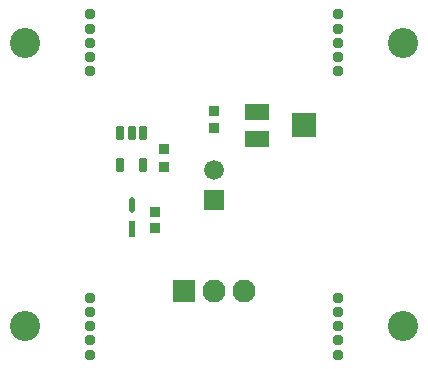
<source format=gbr>
%TF.GenerationSoftware,Altium Limited,Altium Designer,23.6.0 (18)*%
G04 Layer_Color=8388736*
%FSLAX45Y45*%
%MOMM*%
%TF.SameCoordinates,57B8E715-CDE8-4F81-9698-3B096703D57B*%
%TF.FilePolarity,Negative*%
%TF.FileFunction,Soldermask,Top*%
%TF.Part,Single*%
G01*
G75*
%TA.AperFunction,SMDPad,CuDef*%
G04:AMPARAMS|DCode=10|XSize=1.35523mm|YSize=0.47583mm|CornerRadius=0.23791mm|HoleSize=0mm|Usage=FLASHONLY|Rotation=90.000|XOffset=0mm|YOffset=0mm|HoleType=Round|Shape=RoundedRectangle|*
%AMROUNDEDRECTD10*
21,1,1.35523,0.00000,0,0,90.0*
21,1,0.87941,0.47583,0,0,90.0*
1,1,0.47583,0.00000,0.43970*
1,1,0.47583,0.00000,-0.43970*
1,1,0.47583,0.00000,-0.43970*
1,1,0.47583,0.00000,0.43970*
%
%ADD10ROUNDEDRECTD10*%
%ADD11R,0.47583X1.35523*%
%ADD12R,0.91213X0.95814*%
%ADD14R,0.91213X0.95872*%
%ADD16R,2.00660X2.00660*%
G04:AMPARAMS|DCode=30|XSize=0.75mm|YSize=1.15mm|CornerRadius=0.126mm|HoleSize=0mm|Usage=FLASHONLY|Rotation=0.000|XOffset=0mm|YOffset=0mm|HoleType=Round|Shape=RoundedRectangle|*
%AMROUNDEDRECTD30*
21,1,0.75000,0.89800,0,0,0.0*
21,1,0.49800,1.15000,0,0,0.0*
1,1,0.25200,0.24900,-0.44900*
1,1,0.25200,-0.24900,-0.44900*
1,1,0.25200,-0.24900,0.44900*
1,1,0.25200,0.24900,0.44900*
%
%ADD30ROUNDEDRECTD30*%
%ADD31R,2.15660X1.44540*%
%TA.AperFunction,ComponentPad*%
%ADD32R,1.95000X1.95000*%
%ADD33C,1.95000*%
%ADD34C,1.67400*%
%ADD35R,1.67400X1.67400*%
%TA.AperFunction,WasherPad*%
%ADD36C,0.95000*%
%TA.AperFunction,ViaPad*%
%ADD37C,2.55200*%
D10*
X-700000Y1327548D02*
D03*
D11*
Y1122452D02*
D03*
D12*
X-500000Y1129800D02*
D03*
Y1270199D02*
D03*
X0Y1979800D02*
D03*
Y2120199D02*
D03*
D14*
X-425000Y1797671D02*
D03*
Y1652329D02*
D03*
D16*
X760000Y2000000D02*
D03*
D30*
X-605000Y1662500D02*
D03*
X-795000D02*
D03*
Y1937500D02*
D03*
X-700000D02*
D03*
X-605000D02*
D03*
D31*
X360000Y2115000D02*
D03*
Y1885000D02*
D03*
D32*
X-254000Y600000D02*
D03*
D33*
X0D02*
D03*
X254000D02*
D03*
D34*
X0Y1627000D02*
D03*
D35*
Y1373000D02*
D03*
D36*
X1050042Y2939997D02*
D03*
Y2819997D02*
D03*
Y2699997D02*
D03*
Y2579997D02*
D03*
Y2459997D02*
D03*
X-1049958Y2940000D02*
D03*
Y2820000D02*
D03*
Y2700000D02*
D03*
Y2580000D02*
D03*
Y2460000D02*
D03*
X1050000Y540000D02*
D03*
Y420000D02*
D03*
Y300000D02*
D03*
Y180000D02*
D03*
Y60000D02*
D03*
X-1050000D02*
D03*
Y180000D02*
D03*
Y300000D02*
D03*
Y420000D02*
D03*
Y540000D02*
D03*
D37*
X1600040Y2699998D02*
D03*
X-1599957Y2700000D02*
D03*
X1599999Y300001D02*
D03*
X-1600000Y300000D02*
D03*
%TF.MD5,a6c353d341d13e80adb6df297ba5145e*%
M02*

</source>
